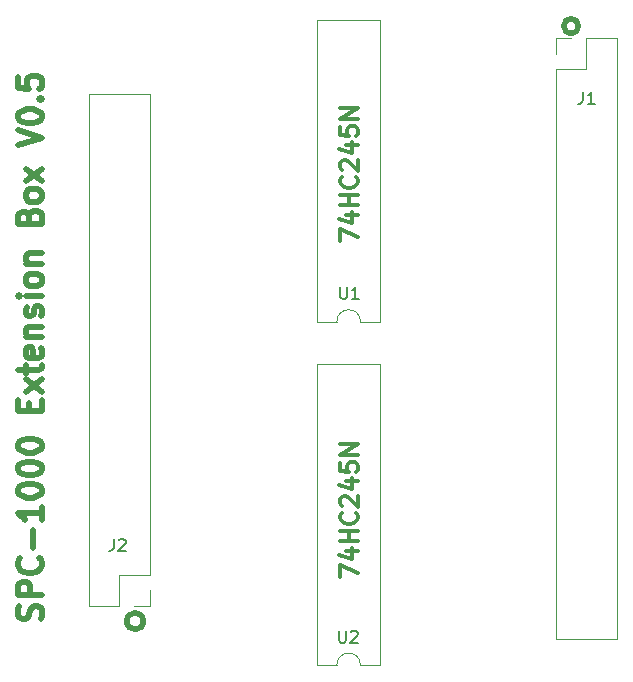
<source format=gbr>
G04 #@! TF.FileFunction,Legend,Top*
%FSLAX46Y46*%
G04 Gerber Fmt 4.6, Leading zero omitted, Abs format (unit mm)*
G04 Created by KiCad (PCBNEW 4.0.7) date 12/26/17 02:37:40*
%MOMM*%
%LPD*%
G01*
G04 APERTURE LIST*
%ADD10C,0.100000*%
%ADD11C,0.500000*%
%ADD12C,0.300000*%
%ADD13C,0.120000*%
%ADD14C,0.150000*%
G04 APERTURE END LIST*
D10*
D11*
X253228402Y-57594500D02*
G75*
G03X253228402Y-57594500I-625402J0D01*
G01*
X216383523Y-107975400D02*
G75*
G03X216383523Y-107975400I-699423J0D01*
G01*
X207679824Y-107797902D02*
X207775062Y-107512187D01*
X207775062Y-107035997D01*
X207679824Y-106845521D01*
X207584586Y-106750283D01*
X207394110Y-106655044D01*
X207203633Y-106655044D01*
X207013157Y-106750283D01*
X206917919Y-106845521D01*
X206822681Y-107035997D01*
X206727443Y-107416949D01*
X206632205Y-107607425D01*
X206536967Y-107702664D01*
X206346490Y-107797902D01*
X206156014Y-107797902D01*
X205965538Y-107702664D01*
X205870300Y-107607425D01*
X205775062Y-107416949D01*
X205775062Y-106940759D01*
X205870300Y-106655044D01*
X207775062Y-105797902D02*
X205775062Y-105797902D01*
X205775062Y-105035997D01*
X205870300Y-104845521D01*
X205965538Y-104750282D01*
X206156014Y-104655044D01*
X206441729Y-104655044D01*
X206632205Y-104750282D01*
X206727443Y-104845521D01*
X206822681Y-105035997D01*
X206822681Y-105797902D01*
X207584586Y-102655044D02*
X207679824Y-102750282D01*
X207775062Y-103035997D01*
X207775062Y-103226473D01*
X207679824Y-103512187D01*
X207489348Y-103702663D01*
X207298871Y-103797902D01*
X206917919Y-103893140D01*
X206632205Y-103893140D01*
X206251252Y-103797902D01*
X206060776Y-103702663D01*
X205870300Y-103512187D01*
X205775062Y-103226473D01*
X205775062Y-103035997D01*
X205870300Y-102750282D01*
X205965538Y-102655044D01*
X207013157Y-101797902D02*
X207013157Y-100274092D01*
X207775062Y-98274092D02*
X207775062Y-99416950D01*
X207775062Y-98845521D02*
X205775062Y-98845521D01*
X206060776Y-99035997D01*
X206251252Y-99226473D01*
X206346490Y-99416950D01*
X205775062Y-97035997D02*
X205775062Y-96845521D01*
X205870300Y-96655045D01*
X205965538Y-96559807D01*
X206156014Y-96464569D01*
X206536967Y-96369330D01*
X207013157Y-96369330D01*
X207394110Y-96464569D01*
X207584586Y-96559807D01*
X207679824Y-96655045D01*
X207775062Y-96845521D01*
X207775062Y-97035997D01*
X207679824Y-97226473D01*
X207584586Y-97321711D01*
X207394110Y-97416950D01*
X207013157Y-97512188D01*
X206536967Y-97512188D01*
X206156014Y-97416950D01*
X205965538Y-97321711D01*
X205870300Y-97226473D01*
X205775062Y-97035997D01*
X205775062Y-95131235D02*
X205775062Y-94940759D01*
X205870300Y-94750283D01*
X205965538Y-94655045D01*
X206156014Y-94559807D01*
X206536967Y-94464568D01*
X207013157Y-94464568D01*
X207394110Y-94559807D01*
X207584586Y-94655045D01*
X207679824Y-94750283D01*
X207775062Y-94940759D01*
X207775062Y-95131235D01*
X207679824Y-95321711D01*
X207584586Y-95416949D01*
X207394110Y-95512188D01*
X207013157Y-95607426D01*
X206536967Y-95607426D01*
X206156014Y-95512188D01*
X205965538Y-95416949D01*
X205870300Y-95321711D01*
X205775062Y-95131235D01*
X205775062Y-93226473D02*
X205775062Y-93035997D01*
X205870300Y-92845521D01*
X205965538Y-92750283D01*
X206156014Y-92655045D01*
X206536967Y-92559806D01*
X207013157Y-92559806D01*
X207394110Y-92655045D01*
X207584586Y-92750283D01*
X207679824Y-92845521D01*
X207775062Y-93035997D01*
X207775062Y-93226473D01*
X207679824Y-93416949D01*
X207584586Y-93512187D01*
X207394110Y-93607426D01*
X207013157Y-93702664D01*
X206536967Y-93702664D01*
X206156014Y-93607426D01*
X205965538Y-93512187D01*
X205870300Y-93416949D01*
X205775062Y-93226473D01*
X206727443Y-90178854D02*
X206727443Y-89512187D01*
X207775062Y-89226473D02*
X207775062Y-90178854D01*
X205775062Y-90178854D01*
X205775062Y-89226473D01*
X207775062Y-88559806D02*
X206441729Y-87512187D01*
X206441729Y-88559806D02*
X207775062Y-87512187D01*
X206441729Y-87035996D02*
X206441729Y-86274091D01*
X205775062Y-86750282D02*
X207489348Y-86750282D01*
X207679824Y-86655043D01*
X207775062Y-86464567D01*
X207775062Y-86274091D01*
X207679824Y-84845520D02*
X207775062Y-85035996D01*
X207775062Y-85416948D01*
X207679824Y-85607425D01*
X207489348Y-85702663D01*
X206727443Y-85702663D01*
X206536967Y-85607425D01*
X206441729Y-85416948D01*
X206441729Y-85035996D01*
X206536967Y-84845520D01*
X206727443Y-84750282D01*
X206917919Y-84750282D01*
X207108395Y-85702663D01*
X206441729Y-83893139D02*
X207775062Y-83893139D01*
X206632205Y-83893139D02*
X206536967Y-83797900D01*
X206441729Y-83607424D01*
X206441729Y-83321710D01*
X206536967Y-83131234D01*
X206727443Y-83035996D01*
X207775062Y-83035996D01*
X207679824Y-82178853D02*
X207775062Y-81988376D01*
X207775062Y-81607424D01*
X207679824Y-81416948D01*
X207489348Y-81321710D01*
X207394110Y-81321710D01*
X207203633Y-81416948D01*
X207108395Y-81607424D01*
X207108395Y-81893138D01*
X207013157Y-82083615D01*
X206822681Y-82178853D01*
X206727443Y-82178853D01*
X206536967Y-82083615D01*
X206441729Y-81893138D01*
X206441729Y-81607424D01*
X206536967Y-81416948D01*
X207775062Y-80464567D02*
X206441729Y-80464567D01*
X205775062Y-80464567D02*
X205870300Y-80559805D01*
X205965538Y-80464567D01*
X205870300Y-80369328D01*
X205775062Y-80464567D01*
X205965538Y-80464567D01*
X207775062Y-79226471D02*
X207679824Y-79416947D01*
X207584586Y-79512186D01*
X207394110Y-79607424D01*
X206822681Y-79607424D01*
X206632205Y-79512186D01*
X206536967Y-79416947D01*
X206441729Y-79226471D01*
X206441729Y-78940757D01*
X206536967Y-78750281D01*
X206632205Y-78655043D01*
X206822681Y-78559805D01*
X207394110Y-78559805D01*
X207584586Y-78655043D01*
X207679824Y-78750281D01*
X207775062Y-78940757D01*
X207775062Y-79226471D01*
X206441729Y-77702662D02*
X207775062Y-77702662D01*
X206632205Y-77702662D02*
X206536967Y-77607423D01*
X206441729Y-77416947D01*
X206441729Y-77131233D01*
X206536967Y-76940757D01*
X206727443Y-76845519D01*
X207775062Y-76845519D01*
X206727443Y-73702661D02*
X206822681Y-73416947D01*
X206917919Y-73321708D01*
X207108395Y-73226470D01*
X207394110Y-73226470D01*
X207584586Y-73321708D01*
X207679824Y-73416947D01*
X207775062Y-73607423D01*
X207775062Y-74369328D01*
X205775062Y-74369328D01*
X205775062Y-73702661D01*
X205870300Y-73512185D01*
X205965538Y-73416947D01*
X206156014Y-73321708D01*
X206346490Y-73321708D01*
X206536967Y-73416947D01*
X206632205Y-73512185D01*
X206727443Y-73702661D01*
X206727443Y-74369328D01*
X207775062Y-72083613D02*
X207679824Y-72274089D01*
X207584586Y-72369328D01*
X207394110Y-72464566D01*
X206822681Y-72464566D01*
X206632205Y-72369328D01*
X206536967Y-72274089D01*
X206441729Y-72083613D01*
X206441729Y-71797899D01*
X206536967Y-71607423D01*
X206632205Y-71512185D01*
X206822681Y-71416947D01*
X207394110Y-71416947D01*
X207584586Y-71512185D01*
X207679824Y-71607423D01*
X207775062Y-71797899D01*
X207775062Y-72083613D01*
X207775062Y-70750280D02*
X206441729Y-69702661D01*
X206441729Y-70750280D02*
X207775062Y-69702661D01*
X205775062Y-67702660D02*
X207775062Y-67035993D01*
X205775062Y-66369326D01*
X205775062Y-65321707D02*
X205775062Y-65131231D01*
X205870300Y-64940755D01*
X205965538Y-64845517D01*
X206156014Y-64750279D01*
X206536967Y-64655040D01*
X207013157Y-64655040D01*
X207394110Y-64750279D01*
X207584586Y-64845517D01*
X207679824Y-64940755D01*
X207775062Y-65131231D01*
X207775062Y-65321707D01*
X207679824Y-65512183D01*
X207584586Y-65607421D01*
X207394110Y-65702660D01*
X207013157Y-65797898D01*
X206536967Y-65797898D01*
X206156014Y-65702660D01*
X205965538Y-65607421D01*
X205870300Y-65512183D01*
X205775062Y-65321707D01*
X207584586Y-63797898D02*
X207679824Y-63702659D01*
X207775062Y-63797898D01*
X207679824Y-63893136D01*
X207584586Y-63797898D01*
X207775062Y-63797898D01*
X205775062Y-61893136D02*
X205775062Y-62845517D01*
X206727443Y-62940755D01*
X206632205Y-62845517D01*
X206536967Y-62655040D01*
X206536967Y-62178850D01*
X206632205Y-61988374D01*
X206727443Y-61893136D01*
X206917919Y-61797897D01*
X207394110Y-61797897D01*
X207584586Y-61893136D01*
X207679824Y-61988374D01*
X207775062Y-62178850D01*
X207775062Y-62655040D01*
X207679824Y-62845517D01*
X207584586Y-62940755D01*
D12*
X233049071Y-75782570D02*
X233049071Y-74782570D01*
X234549071Y-75425427D01*
X233549071Y-73568285D02*
X234549071Y-73568285D01*
X232977643Y-73925428D02*
X234049071Y-74282571D01*
X234049071Y-73353999D01*
X234549071Y-72782571D02*
X233049071Y-72782571D01*
X233763357Y-72782571D02*
X233763357Y-71925428D01*
X234549071Y-71925428D02*
X233049071Y-71925428D01*
X234406214Y-70353999D02*
X234477643Y-70425428D01*
X234549071Y-70639714D01*
X234549071Y-70782571D01*
X234477643Y-70996856D01*
X234334786Y-71139714D01*
X234191929Y-71211142D01*
X233906214Y-71282571D01*
X233691929Y-71282571D01*
X233406214Y-71211142D01*
X233263357Y-71139714D01*
X233120500Y-70996856D01*
X233049071Y-70782571D01*
X233049071Y-70639714D01*
X233120500Y-70425428D01*
X233191929Y-70353999D01*
X233191929Y-69782571D02*
X233120500Y-69711142D01*
X233049071Y-69568285D01*
X233049071Y-69211142D01*
X233120500Y-69068285D01*
X233191929Y-68996856D01*
X233334786Y-68925428D01*
X233477643Y-68925428D01*
X233691929Y-68996856D01*
X234549071Y-69853999D01*
X234549071Y-68925428D01*
X233549071Y-67639714D02*
X234549071Y-67639714D01*
X232977643Y-67996857D02*
X234049071Y-68354000D01*
X234049071Y-67425428D01*
X233049071Y-66139714D02*
X233049071Y-66854000D01*
X233763357Y-66925429D01*
X233691929Y-66854000D01*
X233620500Y-66711143D01*
X233620500Y-66354000D01*
X233691929Y-66211143D01*
X233763357Y-66139714D01*
X233906214Y-66068286D01*
X234263357Y-66068286D01*
X234406214Y-66139714D01*
X234477643Y-66211143D01*
X234549071Y-66354000D01*
X234549071Y-66711143D01*
X234477643Y-66854000D01*
X234406214Y-66925429D01*
X234549071Y-65425429D02*
X233049071Y-65425429D01*
X234549071Y-64568286D01*
X233049071Y-64568286D01*
X233049071Y-104230570D02*
X233049071Y-103230570D01*
X234549071Y-103873427D01*
X233549071Y-102016285D02*
X234549071Y-102016285D01*
X232977643Y-102373428D02*
X234049071Y-102730571D01*
X234049071Y-101801999D01*
X234549071Y-101230571D02*
X233049071Y-101230571D01*
X233763357Y-101230571D02*
X233763357Y-100373428D01*
X234549071Y-100373428D02*
X233049071Y-100373428D01*
X234406214Y-98801999D02*
X234477643Y-98873428D01*
X234549071Y-99087714D01*
X234549071Y-99230571D01*
X234477643Y-99444856D01*
X234334786Y-99587714D01*
X234191929Y-99659142D01*
X233906214Y-99730571D01*
X233691929Y-99730571D01*
X233406214Y-99659142D01*
X233263357Y-99587714D01*
X233120500Y-99444856D01*
X233049071Y-99230571D01*
X233049071Y-99087714D01*
X233120500Y-98873428D01*
X233191929Y-98801999D01*
X233191929Y-98230571D02*
X233120500Y-98159142D01*
X233049071Y-98016285D01*
X233049071Y-97659142D01*
X233120500Y-97516285D01*
X233191929Y-97444856D01*
X233334786Y-97373428D01*
X233477643Y-97373428D01*
X233691929Y-97444856D01*
X234549071Y-98301999D01*
X234549071Y-97373428D01*
X233549071Y-96087714D02*
X234549071Y-96087714D01*
X232977643Y-96444857D02*
X234049071Y-96802000D01*
X234049071Y-95873428D01*
X233049071Y-94587714D02*
X233049071Y-95302000D01*
X233763357Y-95373429D01*
X233691929Y-95302000D01*
X233620500Y-95159143D01*
X233620500Y-94802000D01*
X233691929Y-94659143D01*
X233763357Y-94587714D01*
X233906214Y-94516286D01*
X234263357Y-94516286D01*
X234406214Y-94587714D01*
X234477643Y-94659143D01*
X234549071Y-94802000D01*
X234549071Y-95159143D01*
X234477643Y-95302000D01*
X234406214Y-95373429D01*
X234549071Y-93873429D02*
X233049071Y-93873429D01*
X234549071Y-93016286D01*
X233049071Y-93016286D01*
D13*
X251303000Y-109523800D02*
X256503000Y-109523800D01*
X251303000Y-61203800D02*
X251303000Y-109523800D01*
X256503000Y-58603800D02*
X256503000Y-109523800D01*
X251303000Y-61203800D02*
X253903000Y-61203800D01*
X253903000Y-61203800D02*
X253903000Y-58603800D01*
X253903000Y-58603800D02*
X256503000Y-58603800D01*
X251303000Y-59933800D02*
X251303000Y-58603800D01*
X251303000Y-58603800D02*
X252633000Y-58603800D01*
X216963000Y-63364000D02*
X211763000Y-63364000D01*
X216963000Y-104064000D02*
X216963000Y-63364000D01*
X211763000Y-106664000D02*
X211763000Y-63364000D01*
X216963000Y-104064000D02*
X214363000Y-104064000D01*
X214363000Y-104064000D02*
X214363000Y-106664000D01*
X214363000Y-106664000D02*
X211763000Y-106664000D01*
X216963000Y-105334000D02*
X216963000Y-106664000D01*
X216963000Y-106664000D02*
X215633000Y-106664000D01*
X232769000Y-82610000D02*
G75*
G02X234769000Y-82610000I1000000J0D01*
G01*
X234769000Y-82610000D02*
X236419000Y-82610000D01*
X236419000Y-82610000D02*
X236419000Y-57090000D01*
X236419000Y-57090000D02*
X231119000Y-57090000D01*
X231119000Y-57090000D02*
X231119000Y-82610000D01*
X231119000Y-82610000D02*
X232769000Y-82610000D01*
X232769000Y-111693000D02*
G75*
G02X234769000Y-111693000I1000000J0D01*
G01*
X234769000Y-111693000D02*
X236419000Y-111693000D01*
X236419000Y-111693000D02*
X236419000Y-86173000D01*
X236419000Y-86173000D02*
X231119000Y-86173000D01*
X231119000Y-86173000D02*
X231119000Y-111693000D01*
X231119000Y-111693000D02*
X232769000Y-111693000D01*
D14*
X253602687Y-63168241D02*
X253602687Y-63882527D01*
X253555067Y-64025384D01*
X253459829Y-64120622D01*
X253316972Y-64168241D01*
X253221734Y-64168241D01*
X254602687Y-64168241D02*
X254031258Y-64168241D01*
X254316972Y-64168241D02*
X254316972Y-63168241D01*
X254221734Y-63311098D01*
X254126496Y-63406336D01*
X254031258Y-63453955D01*
X213877267Y-101039881D02*
X213877267Y-101754167D01*
X213829647Y-101897024D01*
X213734409Y-101992262D01*
X213591552Y-102039881D01*
X213496314Y-102039881D01*
X214305838Y-101135119D02*
X214353457Y-101087500D01*
X214448695Y-101039881D01*
X214686791Y-101039881D01*
X214782029Y-101087500D01*
X214829648Y-101135119D01*
X214877267Y-101230357D01*
X214877267Y-101325595D01*
X214829648Y-101468452D01*
X214258219Y-102039881D01*
X214877267Y-102039881D01*
X233057895Y-79690981D02*
X233057895Y-80500505D01*
X233105514Y-80595743D01*
X233153133Y-80643362D01*
X233248371Y-80690981D01*
X233438848Y-80690981D01*
X233534086Y-80643362D01*
X233581705Y-80595743D01*
X233629324Y-80500505D01*
X233629324Y-79690981D01*
X234629324Y-80690981D02*
X234057895Y-80690981D01*
X234343609Y-80690981D02*
X234343609Y-79690981D01*
X234248371Y-79833838D01*
X234153133Y-79929076D01*
X234057895Y-79976695D01*
X232956295Y-108799381D02*
X232956295Y-109608905D01*
X233003914Y-109704143D01*
X233051533Y-109751762D01*
X233146771Y-109799381D01*
X233337248Y-109799381D01*
X233432486Y-109751762D01*
X233480105Y-109704143D01*
X233527724Y-109608905D01*
X233527724Y-108799381D01*
X233956295Y-108894619D02*
X234003914Y-108847000D01*
X234099152Y-108799381D01*
X234337248Y-108799381D01*
X234432486Y-108847000D01*
X234480105Y-108894619D01*
X234527724Y-108989857D01*
X234527724Y-109085095D01*
X234480105Y-109227952D01*
X233908676Y-109799381D01*
X234527724Y-109799381D01*
M02*

</source>
